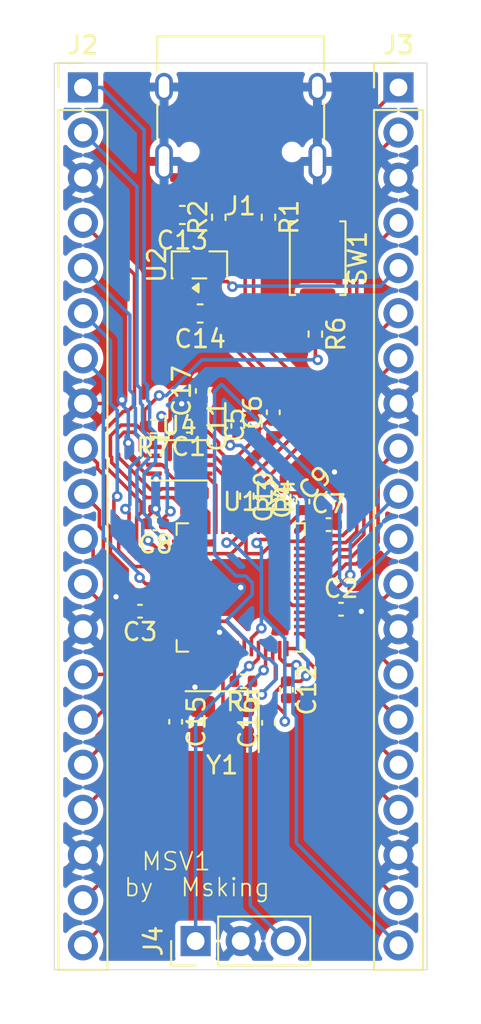
<source format=kicad_pcb>
(kicad_pcb (version 20241229) (generator "pcbnew") (generator_version "9.0")
  (layers (0 "F.Cu" signal) (2 "B.Cu" signal) (13 "F.Paste" user) (15 "B.Paste" user) (5 "F.SilkS" user "F.Silkscreen") (7 "B.SilkS" user "B.Silkscreen") (1 "F.Mask" user) (3 "B.Mask" user) (25 "Edge.Cuts" user))
  (net 0 "")
  (net 1 "+3V3")
  (net 2 "GND")
  (net 3 "+1V1")
  (net 4 "VBUS")
  (net 5 "XIN")
  (net 6 "Net-(C16-Pad2)")
  (net 7 "USB_D+")
  (net 8 "Net-(J1-CC1)")
  (net 9 "Net-(J1-CC2)")
  (net 10 "USB_D-")
  (net 11 "GPIO1")
  (net 12 "GPIO15")
  (net 13 "GPIO3")
  (net 14 "GPIO13")
  (net 15 "GPIO8")
  (net 16 "GPIO0")
  (net 17 "GPIO14")
  (net 18 "GPIO9")
  (net 19 "GPIO4")
  (net 20 "GPIO7")
  (net 21 "GPIO2")
  (net 22 "GPIO12")
  (net 23 "GPIO10")
  (net 24 "GPIO5")
  (net 25 "GPIO11")
  (net 26 "GPIO6")
  (net 27 "GPIO29_ADC3")
  (net 28 "RUN")
  (net 29 "GPIO23")
  (net 30 "GPIO26_ADC0")
  (net 31 "GPIO21")
  (net 32 "GPIO18")
  (net 33 "GPIO19")
  (net 34 "GPIO20")
  (net 35 "GPIO17")
  (net 36 "GPIO27_ADC1")
  (net 37 "GPIO28_ADC2")
  (net 38 "GPIO22")
  (net 39 "GPIO16")
  (net 40 "GPIO24")
  (net 41 "SWD")
  (net 42 "SWCLK")
  (net 43 "Net-(U1-USB_DP)")
  (net 44 "Net-(U1-USB_DM)")
  (net 45 "XOUT")
  (net 46 "Net-(R6-Pad1)")
  (net 47 "QSPI_SS")
  (net 48 "QSPI_SD0")
  (net 50 "QSPI_SD2")
  (net 51 "QSPI_SCLK")
  (net 52 "QSPI_SD1")
  (net 53 "QSPI_SD3")
  (footprint "Resistor_SMD:R_0402_1005Metric" (layer "F.Cu") (at 195.97 73.349999 -90)
    (property "Reference" "R3")
    (property "Value" "27")
  )
  (footprint "Capacitor_SMD:C_0402_1005Metric" (layer "F.Cu") (at 199.13 73.65 90)
    (property "Reference" "C4")
    (property "Value" "0.1uF")
  )
  (footprint "Capacitor_SMD:C_0402_1005Metric" (layer "F.Cu") (at 196.45 69.34 90)
    (property "Reference" "C5")
    (property "Value" "0.1uF")
  )
  (footprint "Resistor_SMD:R_0402_1005Metric" (layer "F.Cu") (at 194.39 57.66 90)
    (property "Reference" "R2")
    (property "Value" "5.1K")
  )
  (footprint "Resistor_SMD:R_0402_1005Metric" (layer "F.Cu") (at 196.98 73.359999 -90)
    (property "Reference" "R4")
    (property "Value" "27")
  )
  (footprint "Capacitor_SMD:C_0402_1005Metric" (layer "F.Cu") (at 195.46 69.39 90)
    (property "Reference" "C11")
    (property "Value" "0.1uF")
  )
  (footprint "Connector_PinHeader_2.54mm:PinHeader_1x03_P2.54mm_Vertical" (layer "F.Cu") (at 193.085 98.375 90)
    (property "Reference" "J4")
    (property "Value" "Conn_01x03")
  )
  (footprint "Capacitor_SMD:C_0402_1005Metric" (layer "F.Cu") (at 197.46 68.63 90)
    (property "Reference" "C6")
    (property "Value" "0.1uF")
  )
  (footprint "Button_Switch_SMD:SW_Push_SPST_NO_Alps_SKRK" (layer "F.Cu") (at 199.96 59.96 -90)
    (property "Reference" "SW1")
    (property "Value" "SW_Push")
  )
  (footprint "Connector_USB:USB_C_Receptacle_HRO_TYPE-C-31-M-12" (layer "F.Cu") (at 195.625 51.385 180)
    (property "Reference" "J1")
    (property "Value" "USB_C_Receptacle_USB2.0_14P")
  )
  (footprint "Package_TO_SOT_SMD:SOT-23" (layer "F.Cu") (at 193.3 60.337501 90)
    (property "Reference" "U2")
    (property "Value" "MCP1700x-330xxTT")
  )
  (footprint "Capacitor_SMD:C_0402_1005Metric" (layer "F.Cu") (at 200.57 74.95)
    (property "Reference" "C7")
    (property "Value" "0.1uF")
  )
  (footprint "Capacitor_SMD:C_0402_1005Metric" (layer "F.Cu") (at 198.2 84.24 -90)
    (property "Reference" "C12")
    (property "Value" "0.1uF")
  )
  (footprint "Resistor_SMD:R_0402_1005Metric" (layer "F.Cu") (at 190.72 69.43 180)
    (property "Reference" "R7")
    (property "Value" "10K")
  )
  (footprint "Capacitor_SMD:C_0402_1005Metric" (layer "F.Cu") (at 190.82 74.9 180)
    (property "Reference" "C8")
    (property "Value" "0.1uF")
  )
  (footprint "Connector_PinHeader_2.54mm:PinHeader_1x20_P2.54mm_Vertical" (layer "F.Cu") (at 204.515 50.355)
    (property "Reference" "J3")
    (property "Value" "Conn_01x20")
  )
  (footprint "Capacitor_SMD:C_0603_1608Metric" (layer "F.Cu") (at 193.34 63.07 180)
    (property "Reference" "C14")
    (property "Value" "10uF")
  )
  (footprint "Capacitor_SMD:C_0402_1005Metric" (layer "F.Cu") (at 192.7 69.41 180)
    (property "Reference" "C1")
    (property "Value" "1uF")
  )
  (footprint "Capacitor_SMD:C_0402_1005Metric" (layer "F.Cu") (at 201.28 79.71)
    (property "Reference" "C2")
    (property "Value" "0.1uF")
  )
  (footprint "Resistor_SMD:R_0402_1005Metric" (layer "F.Cu") (at 199.83 64.23 -90)
    (property "Reference" "R6")
    (property "Value" "1K")
  )
  (footprint "Capacitor_SMD:C_0402_1005Metric" (layer "F.Cu") (at 200.640589 73.439411 45)
    (property "Reference" "C9")
    (property "Value" "0.1uF")
  )
  (footprint "Capacitor_SMD:C_0402_1005Metric" (layer "F.Cu") (at 193.46 67.43 90)
    (property "Reference" "C17")
    (property "Value" "0.1uF")
  )
  (footprint "Crystal:Crystal_SMD_3225-4Pin_3.2x2.5mm" (layer "F.Cu") (at 194.58 86.03 180)
    (property "Reference" "Y1")
    (property "Value" "12MHz")
  )
  (footprint "Resistor_SMD:R_0402_1005Metric" (layer "F.Cu") (at 195.780001 83.76 180)
    (property "Reference" "R5")
    (property "Value" "1K")
  )
  (footprint "Capacitor_SMD:C_0603_1608Metric" (layer "F.Cu") (at 192.335 57.53 180)
    (property "Reference" "C13")
    (property "Value" "10uF")
  )
  (footprint "Capacitor_SMD:C_0402_1005Metric" (layer "F.Cu") (at 189.95 79.82 180)
    (property "Reference" "C3")
    (property "Value" "0.1uF")
  )
  (footprint "Resistor_SMD:R_0402_1005Metric" (layer "F.Cu") (at 197.19 57.659999 -90)
    (property "Reference" "R1")
    (property "Value" "5.1K")
  )
  (footprint "Package_DFN_QFN:QFN-56-1EP_7x7mm_P0.4mm_EP3.2x3.2mm" (layer "F.Cu") (at 195.625 78.485)
    (property "Reference" "U1")
    (property "Value" "RP2040")
  )
  (footprint "Capacitor_SMD:C_0402_1005Metric" (layer "F.Cu") (at 191.96 86.04 -90)
    (property "Reference" "C15")
    (property "Value" "33pF")
  )
  (footprint "Package_SON:Winbond_USON-8-1EP_3x2mm_P0.5mm_EP0.2x1.6mm" (layer "F.Cu") (at 192.155 71.33)
    (property "Reference" "U4")
    (property "Value" "W25Q16JVZPIQ TR")
  )
  (footprint "Connector_PinHeader_2.54mm:PinHeader_1x20_P2.54mm_Vertical" (layer "F.Cu") (at 186.735 50.355)
    (property "Reference" "J2")
    (property "Value" "Conn_01x20")
  )
  (footprint "Capacitor_SMD:C_0402_1005Metric" (layer "F.Cu") (at 198.07 73.38 90)
    (property "Reference" "C10")
    (property "Value" "1uF")
  )
  (footprint "Capacitor_SMD:C_0402_1005Metric" (layer "F.Cu") (at 197.19 86.1 90)
    (property "Reference" "C16")
    (property "Value" "33pF")
  )
  (gr_rect (start 185.125 48.985) (end 206.125 99.985) (stroke (width 0.05)) (fill no) (layer "Edge.Cuts"))
  (gr_text "MSV1\n" (at 189.97 94.48 0) (layer "F.SilkS") (effects (font (size 1 1) (thickness 0.1)) (justify left bottom)))
  (gr_text "by  Msking" (at 188.98 95.94 0) (layer "F.SilkS") (effects (font (size 1 1) (thickness 0.1)) (justify left bottom)))
  (segment (start 200.331415 79.71) (end 200.106415 79.485) (width 0.2) (layer "F.Cu") (net 1))
  (segment (start 194.25 61.275001) (end 194.875001 61.275001) (width 0.2) (layer "F.Cu") (net 1))
  (segment (start 196.45 69.82) (end 196.45 70.099999) (width 0.2) (layer "F.Cu") (net 1))
  (segment (start 197.97 76.982226) (end 197.97 78.927774) (width 0.2) (layer "F.Cu") (net 1))
  (segment (start 194.826 80.386) (end 193.623774 80.386) (width 0.2) (layer "F.Cu") (net 1))
  (segment (start 192.1875 75.7875) (end 191.3 74.9) (width 0.2) (layer "F.Cu") (net 1))
  (segment (start 193.421774 76.584) (end 192.722774 75.885) (width 0.2) (layer "F.Cu") (net 1))
  (segment (start 198.225 75.0475) (end 197.825 75.0475) (width 0.2) (layer "F.Cu") (net 1))
  (segment (start 200.09 73.99) (end 200.301178 73.778822) (width 0.2) (layer "F.Cu") (net 1))
  (segment (start 191.229999 69.43) (end 191.229999 68.919999) (width 0.2) (layer "F.Cu") (net 1))
  (segment (start 192.1875 79.485) (end 190.765 79.485) (width 0.2) (layer "F.Cu") (net 1))
  (segment (start 194.115 63.86745) (end 194.115 63.07) (width 0.2) (layer "F.Cu") (net 1))
  (segment (start 193.113887 79.876113) (end 192.722774 79.485) (width 0.2) (layer "F.Cu") (net 1))
  (segment (start 200.301178 73.778822) (end 199.481178 73.778822) (width 0.2) (layer "F.Cu") (net 1))
  (segment (start 191.229999 69.43) (end 191.65 69.009999) (width 0.2) (layer "F.Cu") (net 1))
  (segment (start 200.106415 79.485) (end 199.0625 79.485) (width 0.2) (layer "F.Cu") (net 1))
  (segment (start 195.827 75.851514) (end 195.094514 76.584) (width 0.2) (layer "F.Cu") (net 1))
  (segment (start 195.827 75.0475) (end 195.827 75.851514) (width 0.2) (layer "F.Cu") (net 1))
  (segment (start 199.0625 75.885) (end 197.691288 75.885) (width 0.2) (layer "F.Cu") (net 1))
  (segment (start 199.13 74.13) (end 199.13 74.1425) (width 0.2) (layer "F.Cu") (net 1))
  (segment (start 197.827 75.749288) (end 197.827 75.0475) (width 0.2) (layer "F.Cu") (net 1))
  (segment (start 195.95 76.584) (end 195.921467 76.555467) (width 0.2) (layer "F.Cu") (net 1))
  (segment (start 194.115 63.07) (end 194.115 61.410001) (width 0.2) (layer "F.Cu") (net 1))
  (segment (start 199.13 74.1425) (end 198.225 75.0475) (width 0.2) (layer "F.Cu") (net 1))
  (segment (start 196.45 70.099999) (end 195.409999 71.14) (width 0.2) (layer "F.Cu") (net 1))
  (segment (start 195.094514 76.584) (end 193.421774 76.584) (width 0.2) (layer "F.Cu") (net 1))
  (segment (start 199.481178 73.778822) (end 199.13 74.13) (width 0.2) (layer "F.Cu") (net 1))
  (segment (start 191.3 74.9) (end 191.3 74.568177) (width 0.2) (layer "F.Cu") (net 1))
  (segment (start 193.18 69.41) (end 193.18 70.18) (width 0.2) (layer "F.Cu") (net 1))
  (segment (start 195.825 81.9225) (end 195.825 81.385) (width 0.2) (layer "F.Cu") (net 1))
  (segment (start 195.921467 76.555467) (end 195.921467 75.351033) (width 0.2) (layer "F.Cu") (net 1))
  (segment (start 194.38 70.759239) (end 194.38 70.330001) (width 0.2) (layer "F.Cu") (net 1))
  (segment (start 193.46 69.13) (end 193.18 69.41) (width 0.2) (layer "F.Cu") (net 1))
  (segment (start 191.65 67.880761) (end 192.030761 67.5) (width 0.2) (layer "F.Cu") (net 1))
  (segment (start 197.691288 75.885) (end 197.366288 76.21) (width 0.2) (layer "F.Cu") (net 1))
  (segment (start 193.113887 76.003887) (end 193.113887 78.916874) (width 0.2) (layer "F.Cu") (net 1))
  (segment (start 197.718144 75.858144) (end 197.827 75.749288) (width 0.2) (layer "F.Cu") (net 1))
  (segment (start 191.3 74.568177) (end 191.668437 74.19974) (width 0.2) (layer "F.Cu") (net 1))
  (segment (start 194.38 70.330001) (end 193.459999 69.41) (width 0.2) (layer "F.Cu") (net 1))
  (segment (start 193.46 67.91) (end 193.46 69.13) (width 0.2) (layer "F.Cu") (net 1))
  (segment (start 199.9975 74.95) (end 199.0625 75.885) (width 0.2) (layer "F.Cu") (net 1))
  (segment (start 192.030761 67.5) (end 192.569239 67.5) (width 0.2) (layer "F.Cu") (net 1))
  (segment (start 197.197774 76.21) (end 197.97 76.982226) (width 0.2) (layer "F.Cu") (net 1))
  (segment (start 200.09 74.95) (end 200.09 73.99) (width 0.2) (layer "F.Cu") (net 1))
  (segment (start 198.527226 79.485) (end 199.0625 79.485) (width 0.2) (layer "F.Cu") (net 1))
  (segment (start 193.18 68.110761) (end 193.18 69.41) (width 0.2) (layer "F.Cu") (net 1))
  (segment (start 200.09 74.95) (end 199.9975 74.95) (width 0.2) (layer "F.Cu") (net 1))
  (segment (start 197.46 69.11) (end 197.16 69.11) (width 0.2) (layer "F.Cu") (net 1))
  (segment (start 194.115 61.410001) (end 194.25 61.275001) (width 0.2) (layer "F.Cu") (net 1))
  (segment (start 192.569239 67.5) (end 193.18 68.110761) (width 0.2) (layer "F.Cu") (net 1))
  (segment (start 197.197774 76.21) (end 196.823774 76.584) (width 0.2) (layer "F.Cu") (net 1))
  (segment (start 193.18 70.18) (end 193.58 70.58) (width 0.2) (layer "F.Cu") (net 1))
  (segment (start 197.16 69.11) (end 196.45 69.82) (width 0.2) (layer "F.Cu") (net 1))
  (segment (start 192.1875 75.885) (end 192.995 75.885) (width 0.2) (layer "F.Cu") (net 1))
  (segment (start 194.875001 61.275001) (end 195.16 61.56) (width 0.2) (layer "F.Cu") (net 1))
  (segment (start 193.04 79.802226) (end 193.113887 79.876113) (width 0.2) (layer "F.Cu") (net 1))
  (segment (start 195.409999 71.14) (end 194.760761 71.14) (width 0.2) (layer "F.Cu") (net 1))
  (segment (start 192.722774 79.485) (end 192.1875 79.485) (width 0.2) (layer "F.Cu") (net 1))
  (segment (start 192.995 75.885) (end 193.113887 76.003887) (width 0.2) (layer "F.Cu") (net 1))
  (segment (start 198.071 68.499) (end 198.071 67.82345) (width 0.2) (layer "F.Cu") (net 1))
  (segment (start 200.8 79.71) (end 200.331415 79.71) (width 0.2) (layer "F.Cu") (net 1))
  (segment (start 192.722774 75.885) (end 192.1875 75.885) (width 0.2) (layer "F.Cu") (net 1))
  (segment (start 192.1875 75.885) (end 192.1875 75.7875) (width 0.2) (layer "F.Cu") (net 1))
  (segment (start 191.65 69.009999) (end 191.65 67.880761) (width 0.2) (layer "F.Cu") (net 1))
  (segment (start 195.825 81.385) (end 194.826 80.386) (width 0.2) (layer "F.Cu") (net 1))
  (segment (start 196.823774 76.584) (end 195.95 76.584) (width 0.2) (layer "F.Cu") (net 1))
  (segment (start 193.623774 80.386) (end 193.113887 79.876113) (width 0.2) (layer "F.Cu") (net 1))
  (segment (start 198.071 67.82345) (end 194.115 63.86745) (width 0.2) (layer "F.Cu") (net 1))
  (segment (start 197.46 69.11) (end 198.071 68.499) (width 0.2) (layer "F.Cu") (net 1))
  (segment (start 190.765 79.485) (end 190.43 79.82) (width 0.2) (layer "F.Cu") (net 1))
  (segment (start 193.113887 78.916874) (end 193.04 78.990761) (width 0.2) (layer "F.Cu") (net 1))
  (segment (start 195.921467 75.351033) (end 196.225 75.0475) (width 0.2) (layer "F.Cu") (net 1))
  (segment (start 194.760761 71.14) (end 194.38 70.759239) (width 0.2) (layer "F.Cu") (net 1))
  (segment (start 195.825 75.0475) (end 196.225 75.0475) (width 0.2) (layer "F.Cu") (net 1))
  (segment (start 197.366288 76.21) (end 197.242559 76.21) (width 0.2) (layer "F.Cu") (net 1))
  (segment (start 193.04 78.990761) (end 193.04 79.802226) (width 0.2) (layer "F.Cu") (net 1))
  (segment (start 193.459999 69.41) (end 193.18 69.41) (width 0.2) (layer "F.Cu") (net 1))
  (segment (start 191.229999 68.919999) (end 191.16 68.85) (width 0.2) (layer "F.Cu") (net 1))
  (segment (start 197.97 78.927774) (end 198.527226 79.485) (width 0.2) (layer "F.Cu") (net 1))
  (via (at 195.16 61.56) (size 0.6) (drill 0.3) (layers "F.Cu" "B.Cu") (net 1))
  (via (at 191.668437 74.19974) (size 0.6) (drill 0.3) (layers "F.Cu" "B.Cu") (net 1))
  (via (at 191.16 68.85) (size 0.6) (drill 0.3) (layers "F.Cu" "B.Cu") (net 1))
  (segment (start 191.49 72.070761) (end 191.49 74.021303) (width 0.2) (layer "B.Cu") (net 1))
  (segment (start 203.5 61.53) (end 204.515 60.515) (width 0.2) (layer "B.Cu") (net 1))
  (segment (start 191.49 74.021303) (end 191.668437 74.19974) (width 0.2) (layer "B.Cu") (net 1))
  (segment (start 195.19 61.53) (end 203.5 61.53) (width 0.2) (layer "B.Cu") (net 1))
  (segment (start 195.16 61.56) (end 195.19 61.53) (width 0.2) (layer "B.Cu") (net 1))
  (segment (start 191.43 69.12) (end 191.43 72.010761) (width 0.2) (layer "B.Cu") (net 1))
  (segment (start 191.16 68.85) (end 191.43 69.12) (width 0.2) (layer "B.Cu") (net 1))
  (segment (start 191.43 72.010761) (end 191.49 72.070761) (width 0.2) (layer "B.Cu") (net 1))
  (segment (start 200.98 72.06) (end 200.91 71.99) (width 0.2) (layer "F.Cu") (net 2))
  (segment (start 188.724181 68.135) (end 188.929181 67.93) (width 0.2) (layer "F.Cu") (net 2))
  (segment (start 200.98 73.1) (end 199.2 73.1) (width 0.2) (layer "F.Cu") (net 2))
  (segment (start 189.47 79.82) (end 189.41 79.82) (width 0.2) (layer "F.Cu") (net 2))
  (segment (start 194.625 81.200707) (end 194.431257 81.006964) (width 0.2) (layer "F.Cu") (net 2))
  (segment (start 202.3 79.71) (end 202.42 79.83) (width 0.2) (layer "F.Cu") (net 2))
  (segment (start 200.98 73.1) (end 200.98 72.06) (width 0.2) (layer "F.Cu") (net 2))
  (segment (start 199.2 73.1) (end 199.13 73.17) (width 0.2) (layer "F.Cu") (net 2))
  (segment (start 194.625 81.9225) (end 194.625 81.200707) (width 0.2) (layer "F.Cu") (net 2))
  (segment (start 193.1 85.56) (end 193.48 85.18) (width 0.2) (layer "F.Cu") (net 2))
  (segment (start 191.34 86.09) (end 192.25 85.18) (width 0.2) (layer "F.Cu") (net 2))
  (segment (start 190.860695 72.39) (end 190.860695 72.210695) (width 0.2) (layer "F.Cu") (net 2))
  (segment (start 189.41 79.82) (end 188.6 79.01) (width 0.2) (layer "F.Cu") (net 2))
  (segment (start 190.73 72.08) (end 190.264202 72.08) (width 0.2) (layer "F.Cu") (net 2))
  (segment (start 199.13 73.17) (end 198.34 73.17) (width 0.2) (layer "F.Cu") (net 2))
  (segment (start 201.05 73.17) (end 200.98 73.1) (width 0.2) (layer "F.Cu") (net 2))
  (segment (start 192.28345 87.781) (end 191.34 86.83755) (width 0.2) (layer "F.Cu") (net 2))
  (segment (start 193.48 85.18) (end 193.48 84.523578) (width 0.2) (layer "F.Cu") (net 2))
  (segment (start 190.860695 72.210695) (end 190.73 72.08) (width 0.2) (layer "F.Cu") (net 2))
  (segment (start 201.05 74.95) (end 201.05 73.17) (width 0.2) (layer "F.Cu") (net 2))
  (segment (start 190.34 74.9) (end 190.34 74.55) (width 0.2) (layer "F.Cu") (net 2))
  (segment (start 192.22 68.23) (end 192.3 68.15) (width 0.2) (layer "F.Cu") (net 2))
  (segment (start 196.89 86.88) (end 197.19 86.58) (width 0.2) (layer "F.Cu") (net 2))
  (segment (start 195.68 86.88) (end 196.89 86.88) (width 0.2) (layer "F.Cu") (net 2))
  (segment (start 201.76 79.71) (end 202.3 79.71) (width 0.2) (layer "F.Cu") (net 2))
  (segment (start 189.292646 71.108444) (end 189.292646 70.356646) (width 0.2) (layer "F.Cu") (net 2))
  (segment (start 198.34 73.17) (end 198.07 72.9) (width 0.2) (layer "F.Cu") (net 2))
  (segment (start 191.96 85.56) (end 193.1 85.56) (width 0.2) (layer "F.Cu") (net 2))
  (segment (start 186.735 68.135) (end 188.724181 68.135) (width 0.2) (layer "F.Cu") (net 2))
  (segment (start 190.34 74.55) (end 190.83 74.06) (width 0.2) (layer "F.Cu") (net 2))
  (segment (start 191.34 86.83755) (end 191.34 86.09) (width 0.2) (layer "F.Cu") (net 2))
  (segment (start 192.25 85.18) (end 193.48 85.18) (width 0.2) (layer "F.Cu") (net 2))
  (segment (start 193.48 84.523578) (end 193.046422 84.09) (width 0.2) (layer "F.Cu") (net 2))
  (segment (start 194.779 87.781) (end 192.28345 87.781) (width 0.2) (layer "F.Cu") (net 2))
  (segment (start 190.264202 72.08) (end 189.292646 71.108444) (width 0.2) (layer "F.Cu") (net 2))
  (segment (start 192.22 69.41) (end 192.22 68.23) (width 0.2) (layer "F.Cu") (net 2))
  (segment (start 195.68 86.88) (end 194.779 87.781) (width 0.2) (layer "F.Cu") (net 2))
  (via (at 188.929181 67.93) (size 0.6) (drill 0.3) (layers "F.Cu" "B.Cu") (net 2))
  (via (at 188.6 79.01) (size 0.6) (drill 0.3) (layers "F.Cu" "B.Cu") (net 2))
  (via (at 190.83 74.06) (size 0.6) (drill 0.3) (layers "F.Cu" "B.Cu") (net 2))
  (via (at 190.860695 72.39) (size 0.6) (drill 0.3) (layers "F.Cu" "B.Cu") (net 2))
  (via (at 195.625 78.485) (size 0.6) (drill 0.3) (layers "F.Cu" "B.Cu") (net 2))
  (via (at 193.046422 84.09) (size 0.6) (drill 0.3) (layers "F.Cu" "B.Cu") (net 2))
  (via (at 202.42 79.83) (size 0.6) (drill 0.3) (layers "F.Cu" "B.Cu") (net 2))
  (via (at 194.431257 81.006964) (size 0.6) (drill 0.3) (layers "F.Cu" "B.Cu") (net 2))
  (via (at 192.3 68.15) (size 0.6) (drill 0.3) (layers "F.Cu" "B.Cu") (net 2))
  (via (at 200.91 71.99) (size 0.6) (drill 0.3) (layers "F.Cu" "B.Cu") (net 2))
  (via (at 189.292646 70.356646) (size 0.6) (drill 0.3) (layers "F.Cu" "B.Cu") (net 2))
  (segment (start 190.83 72.420695) (end 190.860695 72.39) (width 0.2) (layer "B.Cu") (net 2))
  (segment (start 194.431257 79.678743) (end 195.625 78.485) (width 0.2) (layer "B.Cu") (net 2))
  (segment (start 189.292646 68.567951) (end 188.929181 68.204486) (width 0.2) (layer "B.Cu") (net 2))
  (segment (start 190.83 74.06) (end 190.83 72.420695) (width 0.2) (layer "B.Cu") (net 2))
  (segment (start 189.292646 70.356646) (end 189.292646 68.567951) (width 0.2) (layer "B.Cu") (net 2))
  (segment (start 194.431257 81.006964) (end 194.431257 79.678743) (width 0.2) (layer "B.Cu") (net 2))
  (segment (start 188.929181 68.204486) (end 188.929181 67.93) (width 0.2) (layer "B.Cu") (net 2))
  (segment (start 197.425 75.582774) (end 197.221774 75.786) (width 0.2) (layer "F.Cu") (net 3))
  (segment (start 197.425 74.505) (end 197.425 75.0475) (width 0.2) (layer "F.Cu") (net 3))
  (segment (start 195.251486 70.49) (end 195.03 70.49) (width 0.2) (layer "F.Cu") (net 3))
  (segment (start 196.225 81.9225) (end 196.225 81.345) (width 0.2) (layer "F.Cu") (net 3))
  (segment (start 195.108381 75.965933) (end 195.425 75.649314) (width 0.2) (layer "F.Cu") (net 3))
  (segment (start 196.719101 75.786) (end 196.522467 75.982634) (width 0.2) (layer "F.Cu") (net 3))
  (segment (start 198.11 85.581663) (end 198.11 86.02) (width 0.2) (layer "F.Cu") (net 3))
  (segment (start 197.589 84.371) (end 197.589 85.060663) (width 0.2) (layer "F.Cu") (net 3))
  (segment (start 198.2 83.76) (end 197.589 84.371) (width 0.2) (layer "F.Cu") (net 3))
  (segment (start 195.425 75.649314) (end 195.425 75.0475) (width 0.2) (layer "F.Cu") (net 3))
  (segment (start 195.03 70.3) (end 195.46 69.87) (width 0.2) (layer "F.Cu") (net 3))
  (segment (start 198.2 83.76) (end 199.010133 83.76) (width 0.2) (layer "F.Cu") (net 3))
  (segment (start 199.010133 83.76) (end 199.314878 83.455255) (width 0.2) (layer "F.Cu") (net 3))
  (segment (start 197.589 85.060663) (end 198.11 85.581663) (width 0.2) (layer "F.Cu") (net 3))
  (segment (start 196.225 81.345) (end 196.79 80.78) (width 0.2) (layer "F.Cu") (net 3))
  (segment (start 197.425 75.0475) (end 197.425 75.582774) (width 0.2) (layer "F.Cu") (net 3))
  (segment (start 198.07 73.86) (end 197.425 74.505) (width 0.2) (layer "F.Cu") (net 3))
  (segment (start 197.221774 75.786) (end 196.719101 75.786) (width 0.2) (layer "F.Cu") (net 3))
  (segment (start 195.03 70.49) (end 195.03 70.3) (width 0.2) (layer "F.Cu") (net 3))
  (segment (start 194.829374 75.965933) (end 195.108381 75.965933) (width 0.2) (layer "F.Cu") (net 3))
  (via (at 196.79 80.78) (size 0.6) (drill 0.3) (layers "F.Cu" "B.Cu") (net 3))
  (via (at 194.829374 75.965933) (size 0.6) (drill 0.3) (layers "F.Cu" "B.Cu") (net 3))
  (via (at 199.314878 83.455255) (size 0.6) (drill 0.3) (layers "F.Cu" "B.Cu") (net 3))
  (via (at 196.522467 75.982634) (size 0.6) (drill 0.3) (layers "F.Cu" "B.Cu") (net 3))
  (via (at 195.03 70.49) (size 0.6) (drill 0.3) (layers "F.Cu" "B.Cu") (net 3))
  (via (at 198.11 86.02) (size 0.6) (drill 0.3) (layers "F.Cu" "B.Cu") (net 3))
  (segment (start 195.175933 75.965933) (end 194.829374 75.965933) (width 0.2) (layer "B.Cu") (net 3))
  (segment (start 196.79 76.250167) (end 196.522467 75.982634) (width 0.2) (layer "B.Cu") (net 3))
  (segment (start 198.11 86.02) (end 198.11 81.35) (width 0.2) (layer "B.Cu") (net 3))
  (segment (start 196.79 77.62) (end 196.79 77.58) (width 0.2) (layer "B.Cu") (net 3))
  (segment (start 196.79 77.62) (end 196.79 76.250167) (width 0.2) (layer "B.Cu") (net 3))
  (segment (start 199.41 83.360133) (end 199.314878 83.455255) (width 0.2) (layer "B.Cu") (net 3))
  (segment (start 196.79 80.03) (end 196.79 77.62) (width 0.2) (layer "B.Cu") (net 3))
  (segment (start 198.83 82.000841) (end 199.41 82.580841) (width 0.2) (layer "B.Cu") (net 3))
  (segment (start 199.41 82.580841) (end 199.41 83.360133) (width 0.2) (layer "B.Cu") (net 3))
  (segment (start 198.83 73.69) (end 198.83 82.000841) (width 0.2) (layer "B.Cu") (net 3))
  (segment (start 195.63 70.49) (end 198.83 73.69) (width 0.2) (layer "B.Cu") (net 3))
  (segment (start 198.11 81.35) (end 196.79 80.03) (width 0.2) (layer "B.Cu") (net 3))
  (segment (start 196.79 77.58) (end 195.175933 75.965933) (width 0.2) (layer "B.Cu") (net 3))
  (segment (start 195.03 70.49) (end 195.63 70.49) (width 0.2) (layer "B.Cu") (net 3))
  (segment (start 196.79 80.78) (end 196.79 80.03) (width 0.2) (layer "B.Cu") (net 3))
  (segment (start 193.174999 54.501009) (end 194.367008 53.309) (width 0.2) (layer "F.Cu") (net 4))
  (segment (start 197.839 55.193999) (end 197.839 53.704992) (width 0.2) (layer "F.Cu") (net 4))
  (segment (start 203.434 51.436) (end 204.515 50.355) (width 0.2) (layer "F.Cu") (net 4))
  (segment (start 196.879001 53.309) (end 198.075001 54.505) (width 0.2) (layer "F.Cu") (net 4))
  (segment (start 198.075001 54.505) (end 198.075001 55.43) (width 0.2) (layer "F.Cu") (net 4))
  (segment (start 200.107992 51.436) (end 203.434 51.436) (width 0.2) (layer "F.Cu") (net 4))
  (segment (start 197.839 53.704992) (end 200.107992 51.436) (width 0.2) (layer "F.Cu") (net 4))
  (segment (start 194.367008 53.309) (end 196.879001 53.309) (width 0.2) (layer "F.Cu") (net 4))
  (segment (start 193.174999 55.43) (end 193.174999 54.501009) (width 0.2) (layer "F.Cu") (net 4))
  (segment (start 193.11 57.53) (end 193.11 55.494999) (width 0.2) (layer "F.Cu") (net 4))
  (segment (start 193.3 59.4) (end 193.3 57.72) (width 0.2) (layer "F.Cu") (net 4))
  (segment (start 193.3 57.72) (end 193.11 57.53) (width 0.2) (layer "F.Cu") (net 4))
  (segment (start 198.075001 55.43) (end 197.839 55.193999) (width 0.2) (layer "F.Cu") (net 4))
  (segment (start 193.11 55.494999) (end 193.174999 55.43) (width 0.2) (layer "F.Cu") (net 4))
  (segment (start 193.48 86.88) (end 194.626 85.734) (width 0.2) (layer "F.Cu") (net 5))
  (segment (start 191.96 86.52) (end 193.12 86.52) (width 0.2) (layer "F.Cu") (net 5))
  (segment (start 195.025 82.457774) (end 195.025 81.9225) (width 0.2) (layer "F.Cu") (net 5))
  (segment (start 194.626 85.734) (end 194.626 82.856774) (width 0.2) (layer "F.Cu") (net 5))
  (segment (start 194.626 82.856774) (end 195.025 82.457774) (width 0.2) (layer "F.Cu") (net 5))
  (segment (start 193.12 86.52) (end 193.48 86.88) (width 0.2) (layer "F.Cu") (net 5))
  (segment (start 195.68 84.37) (end 196.29 83.76) (width 0.2) (layer "F.Cu") (net 6))
  (segment (start 196.75 85.18) (end 197.19 85.62) (width 0.2) (layer "F.Cu") (net 6))
  (segment (start 195.68 85.18) (end 196.75 85.18) (width 0.2) (layer "F.Cu") (net 6))
  (segment (start 195.68 85.18) (end 195.68 84.37) (width 0.2) (layer "F.Cu") (net 6))
  (segment (start 194.875 55.43) (end 194.875 56.245) (width 0.2) (layer "F.Cu") (net 7))
  (segment (start 195.086 56.456) (end 195.713 56.456) (width 0.2) (layer "F.Cu") (net 7))
  (segment (start 195.875 65.061764) (end 198.471 67.657765) (width 0.2) (layer "F.Cu") (net 7))
  (segment (start 195.875 55.43) (end 195.875 65.061764) (width 0.2) (layer "F.Cu") (net 7))
  (segment (start 195.97 72.570001) (end 195.97 72.84) (width 0.2) (layer "F.Cu") (net 7))
  (segment (start 198.471 67.657765) (end 198.471 70.069001) (width 0.2) (layer "F.Cu") (net 7))
  (segment (start 195.713 56.456) (end 195.875 56.294) (width 0.2) (layer "F.Cu") (net 7))
  (segment (start 198.471 70.069001) (end 195.97 72.570001) (width 0.2) (layer "F.Cu") (net 7))
  (segment (start 195.875 56.294) (end 195.875 55.43) (width 0.2) (layer "F.Cu") (net 7))
  (segment (start 194.875 56.245) (end 195.086 56.456) (width 0.2) (layer "F.Cu") (net 7))
  (segment (start 197.19 57.15) (end 196.875 56.835) (width 0.2) (layer "F.Cu") (net 8))
  (segment (start 196.875 56.835) (end 196.875 55.429999) (width 0.2) (layer "F.Cu") (net 8))
  (segment (start 194.39 57.150001) (end 193.875 56.635001) (width 0.2) (layer "F.Cu") (net 9))
  (segment (start 193.875 56.635001) (end 193.875 55.43) (width 0.2) (layer "F.Cu") (net 9))
  (segment (start 195.424 54.404) (end 195.375 54.453) (width 0.2) (layer "F.Cu") (net 10))
  (segment (start 195.375 54.453) (end 195.375 55.43) (width 0.2) (layer "F.Cu") (net 10))
  (segment (start 196.35 56.542501) (end 196.35 64.271802) (width 0.2) (layer "F.Cu") (net 10))
  (segment (start 196.375 56.517501) (end 196.35 56.542501) (width 0.2) (layer "F.Cu") (net 10))
  (segment (start 196.326 54.404) (end 195.424 54.404) (width 0.2) (layer "F.Cu") (net 10))
  (segment (start 196.98 72.466397) (end 196.98 72.85) (width 0.2) (layer "F.Cu") (net 10))
  (segment (start 198.905 66.826802) (end 198.905 70.541397) (width 0.2) (layer "F.Cu") (net 10))
  (segment (start 196.375 54.453) (end 196.326 54.404) (width 0.2) (layer "F.Cu") (net 10))
  (segment (start 196.35 64.271802) (end 198.905 66.826802) (width 0.2) (layer "F.Cu") (net 10))
  (segment (start 196.375 55.43) (end 196.375 54.453) (width 0.2) (layer "F.Cu") (net 10))
  (segment (start 198.905 70.541397) (end 196.98 72.466397) (width 0.2) (layer "F.Cu") (net 10))
  (segment (start 196.375 55.43) (end 196.375 56.517501) (width 0.2) (layer "F.Cu") (net 10))
  (segment (start 190.409 75.932409) (end 190.409 75.831546) (width 0.2) (layer "F.Cu") (net 11))
  (segment (start 190.558137 76.081546) (end 190.409 75.932409) (width 0.2) (layer "F.Cu") (net 11))
  (segment (start 190.692005 76.081546) (end 190.558137 76.081546) (width 0.2) (layer "F.Cu") (net 11))
  (segment (start 192.1875 76.685) (end 191.29546 76.685) (width 0.2) (layer "F.Cu") (net 11))
  (segment (start 191.29546 76.685) (end 190.692005 76.081546) (width 0.2) (layer "F.Cu") (net 11))
  (via (at 190.409 75.831546) (size 0.6) (drill 0.3) (layers "F.Cu" "B.Cu") (net 11))
  (segment (start 190.308137 75.831546) (end 190.409 75.831546) (width 0.2) (layer "B.Cu") (net 11))
  (segment (start 190.427279 71.253456) (end 189.78 71.900735) (width 0.2) (layer "B.Cu") (net 11))
  (segment (start 190.103 75.626409) (end 190.308137 75.831546) (width 0.2) (layer "B.Cu") (net 11))
  (segment (start 190.103 74.817925) (end 190.103 75.626409) (width 0.2) (layer "B.Cu") (net 11))
  (segment (start 189.78 74.494925) (end 190.103 74.817925) (width 0.2) (layer "B.Cu") (net 11))
  (segment (start 190.092646 69.637721) (end 190.427279 69.972355) (width 0.2) (layer "B.Cu") (net 11))
  (segment (start 190.427279 69.972355) (end 190.427279 71.253456) (width 0.2) (layer "B.Cu") (net 11))
  (segment (start 189.979181 68.123114) (end 190.092646 68.236578) (width 0.2) (layer "B.Cu") (net 11))
  (segment (start 189.979181 67.294722) (end 189.979181 68.123114) (width 0.2) (layer "B.Cu") (net 11))
  (segment (start 186.735 52.895) (end 189.78 55.94) (width 0.2) (layer "B.Cu") (net 11))
  (segment (start 189.78 55.94) (end 189.78 67.095541) (width 0.2) (layer "B.Cu") (net 11))
  (segment (start 189.78 71.900735) (end 189.78 74.494925) (width 0.2) (layer "B.Cu") (net 11))
  (segment (start 189.78 67.095541) (end 189.979181 67.294722) (width 0.2) (layer "B.Cu") (net 11))
  (segment (start 190.092646 68.236578) (end 190.092646 69.637721) (width 0.2) (layer "B.Cu") (net 11))
  (segment (start 192.744315 83.49) (end 190.94 85.294315) (width 0.2) (layer "F.Cu") (net 12))
  (segment (start 190.94 85.294315) (end 190.94 94.41) (width 0.2) (layer "F.Cu") (net 12))
  (segment (start 190.94 94.41) (end 186.735 98.615) (width 0.2) (layer "F.Cu") (net 12))
  (segment (start 194.225 81.9225) (end 194.225 82.84884) (width 0.2) (layer "F.Cu") (net 12))
  (segment (start 193.58384 83.49) (end 192.744315 83.49) (width 0.2) (layer "F.Cu") (net 12))
  (segment (start 194.225 82.84884) (end 193.58384 83.49) (width 0.2) (layer "F.Cu") (net 12))
  (segment (start 192.1875 77.485) (end 190.964089 77.485) (width 0.2) (layer "F.Cu") (net 13))
  (segment (start 189.773268 76.881546) (end 189.335645 76.443923) (width 0.2) (layer "F.Cu") (net 13))
  (segment (start 189.335645 76.443923) (end 189.335645 74.281825) (width 0.2) (layer "F.Cu") (net 13))
  (segment (start 189.335645 74.281825) (end 189.13 74.07618) (width 0.2) (layer "F.Cu") (net 13))
  (segment (start 190.964089 77.485) (end 190.360635 76.881546) (width 0.2) (layer "F.Cu") (net 13))
  (segment (start 190.360635 76.881546) (end 189.773268 76.881546) (width 0.2) (layer "F.Cu") (net 13))
  (via (at 189.13 74.07618) (size 0.6) (drill 0.3) (layers "F.Cu" "B.Cu") (net 13))
  (segment (start 189.38 63.16) (end 189.38 67.400761) (width 0.2) (layer "B.Cu") (net 13))
  (segment (start 189.692646 69.803406) (end 190.027279 70.13804) (width 0.2) (layer "B.Cu") (net 13))
  (segment (start 189.38 71.73505) (end 189.38 73.82618) (width 0.2) (layer "B.Cu") (net 13))
  (segment (start 190.027279 71.08777) (end 189.38 71.73505) (width 0.2) (layer "B.Cu") (net 13))
  (segment (start 189.692646 68.402264) (end 189.692646 69.803406) (width 0.2) (layer "B.Cu") (net 13))
  (segment (start 189.579182 68.288802) (end 189.692646 68.402264) (width 0.2) (layer "B.Cu") (net 13))
  (segment (start 189.579181 67.599942) (end 189.579182 68.288802) (width 0.2) (layer "B.Cu") (net 13))
  (segment (start 189.38 73.82618) (end 189.13 74.07618) (width 0.2) (layer "B.Cu") (net 13))
  (segment (start 190.027279 70.13804) (end 190.027279 71.08777) (width 0.2) (layer "B.Cu") (net 13))
  (segment (start 186.735 60.515) (end 189.38 63.16) (width 0.2) (layer "B.Cu") (net 13))
  (segment (start 189.38 67.400761) (end 189.579181 67.599942) (width 0.2) (layer "B.Cu") (net 13))
  (segment (start 190.14 87.59) (end 186.735 90.995) (width 0.2) (layer "F.Cu") (net 14))
  (segment (start 193.425 81.9225) (end 193.425 82.465) (width 0.2) (layer "F.Cu") (net 14))
  (segment (start 192.412943 82.69) (end 190.14 84.962945) (width 0.2) (layer "F.Cu") (net 14))
  (segment (start 190.14 84.962945) (end 190.14 87.59) (width 0.2) (layer "F.Cu") (net 14))
  (segment (start 193.425 82.465) (end 193.2 82.69) (width 0.2) (layer "F.Cu") (net 14))
  (segment (start 193.2 82.69) (end 192.412943 82.69) (width 0.2) (layer "F.Cu") (net 14))
  (segment (start 187.31 76.795686) (end 187.31 76.33) (width 0.2) (layer "F.Cu") (net 15))
  (segment (start 187.95 77.435686) (end 187.31 76.795686) (width 0.2) (layer "F.Cu") (net 15))
  (segment (start 189.12 80.57) (end 187.95 79.4) (width 0.2) (layer "F.Cu") (net 15))
  (segment (start 187.31 76.33) (end 186.735 75.755) (width 0.2) (layer "F.Cu") (net 15))
  (segment (start 190.62 80.57) (end 189.12 80.57) (width 0.2) (layer "F.Cu") (net 15))
  (segment (start 192.1875 79.885) (end 191.305 79.885) (width 0.2) (layer "F.Cu") (net 15))
  (segment (start 191.305 79.885) (end 190.62 80.57) (width 0.2) (layer "F.Cu") (net 15))
  (segment (start 187.95 79.4) (end 187.95 77.435686) (width 0.2) (layer "F.Cu") (net 15))
  (segment (start 191.279644 75.616357) (end 191.248291 75.64771) (width 0.2) (layer "F.Cu") (net 16))
  (segment (start 191.206884 75.76) (end 191.248291 75.718593) (width 0.2) (layer "F.Cu") (net 16))
  (segment (start 192.1875 76.285) (end 191.565 76.285) (width 0.2) (layer "F.Cu") (net 16))
  (segment (start 191.314088 75.616357) (end 191.279644 75.616357) (width 0.2) (layer "F.Cu") (net 16))
  (segment (start 191.206884 75.926884) (end 191.206884 75.76) (width 0.2) (layer "F.Cu") (net 16))
  (segment (start 191.248291 75.64771) (end 191.248291 75.718593) (width 0.2) (layer "F.Cu") (net 16))
  (segment (start 191.565 76.285) (end 191.206884 75.926884) (width 0.2) (layer "F.Cu") (net 16))
  (via (at 191.248291 75.718593) (size 0.6) (drill 0.3) (layers "F.Cu" "B.Cu") (net 16))
  (segment (start 190.504 75.011871) (end 191.206884 75.714755) (width 0.2) (layer "B.Cu") (net 16))
  (segment (start 190.18 55.7729) (end 190.181 55.7739) (width 0.2) (layer "B.Cu") (net 16))
  (segment (start 187.785 50.355) (end 190.18 52.75) (width 0.2) (layer "B.Cu") (net 16))
  (segment (start 190.379181 67.957428) (end 190.493646 68.071893) (width 0.2) (layer "B.Cu") (net 16))
  (segment (start 191.244453 75.714755) (end 191.248291 75.718593) (width 0.2) (layer "B.Cu") (net 16))
  (segment (start 190.181 55.7739) (end 190.181 66.929441) (width 0.2) (layer "B.Cu") (net 16))
  (segment (start 190.181 72.066835) (end 190.181 74.328825) (width 0.2) (layer "B.Cu") (net 16))
  (segment (start 190.504 74.651825) (end 190.504 75.011871) (width 0.2) (layer "B.Cu") (net 16))
  (segment (start 191.206884 75.714755) (end 191.244453 75.714755) (width 0.2) (layer "B.Cu") (net 16))
  (segment (start 190.181 74.328825) (end 190.504 74.651825) (width 0.2) (layer "B.Cu") (net 16))
  (segment (start 190.181 66.929441) (end 190.379181 67.127622) (width 0.2) (layer "B.Cu") (net 16))
  (segment (start 186.735 50.355) (end 187.785 50.355) (width 0.2) (layer "B.Cu") (net 16))
  (segment (start 190.18 52.75) (end 190.18 55.7729) (width 0.2) (layer "B.Cu") (net 16))
  (segment (start 190.828279 69.806257) (end 190.828279 71.419556) (width 0.2) (layer "B.Cu") (net 16))
  (segment (start 190.828279 71.419556) (end 190.181 72.066835) (width 0.2) (layer "B.Cu") (net 16))
  (segment (start 190.493646 68.071893) (end 190.493646 69.471622) (width 0.2) (layer "B.Cu") (net 16))
  (segment (start 190.379181 67.127622) (end 190.379181 67.957428) (width 0.2) (layer "B.Cu") (net 16))
  (segment (start 190.493646 69.471622) (end 190.828279 69.806257) (width 0.2) (layer "B.Cu") (net 16))
  (segment (start 193.825 82.683154) (end 193.418154 83.09) (width 0.2) (layer "F.Cu") (net 17))
  (segment (start 193.418154 83.09) (end 192.578629 83.09) (width 0.2) (layer "F.Cu") (net 17))
  (segment (start 193.825 81.9225) (end 193.825 82.683154) (width 0.2) (layer "F.Cu") (net 17))
  (segment (start 190.54 85.12863) (end 190.54 92.27) (width 0.2) (layer "F.Cu") (net 17))
  (segment (start 192.578629 83.09) (end 190.54 85.12863) (width 0.2) (layer "F.Cu") (net 17))
  (segment (start 190.54 92.27) (end 186.735 96.075) (width 0.2) (layer "F.Cu") (net 17))
  (segment (start 188.874315 80.97) (end 188.64 80.735685) (width 0.2) (layer "F.Cu") (net 18))
  (segment (start 192.1875 80.285) (end 191.470686 80.285) (width 0.2) (layer "F.Cu") (net 18))
  (segment (start 188.64 80.685685) (end 187.55 79.595685) (width 0.2) (layer "F.Cu") (net 18))
  (segment (start 188.64 80.735685) (end 188.64 80.685685) (width 0.2) (layer "F.Cu") (net 18))
  (segment (start 191.470686 80.285) (end 190.785685 80.97) (width 0.2) (layer "F.Cu") (net 18))
  (segment (start 190.785685 80.97) (end 188.874315 80.97) (width 0.2) (layer "F.Cu") (net 18))
  (segment (start 187.55 79.11) (end 186.735 78.295) (width 0.2) (layer "F.Cu") (net 18))
  (segment (start 187.55 79.595685) (end 187.55 79.11) (width 0.2) (layer "F.Cu") (net 18))
  (segment (start 188.75 76.426792) (end 188.75 74.615419) (width 0.2) (layer "F.Cu") (net 19))
  (segment (start 188.48 74.345419) (end 188.48 73.550565) (width 0.2) (layer "F.Cu") (net 19))
  (segment (start 188.48 73.550565) (end 188.667629 73.362936) (width 0.2) (layer "F.Cu") (net 19))
  (segment (start 188.75 74.615419) (end 188.48 74.345419) (width 0.2) (layer "F.Cu") (net 19))
  (segment (start 189.630613 77.307405) (end 188.75 76.426792) (width 0.2) (layer "F.Cu") (net 19))
  (segment (start 190.220809 77.307405) (end 189.630613 77.307405) (width 0.2) (layer "F.Cu") (net 19))
  (segment (start 192.1875 77.885) (end 190.798404 77.885) (width 0.2) (layer "F.Cu") (net 19))
  (segment (start 190.798404 77.885) (end 190.220809 77.307405) (width 0.2) (layer "F.Cu") (net 19))
  (via (at 188.667629 73.362936) (size 0.6) (drill 0.3) (layers "F.Cu" "B.Cu") (net 19))
  (segment (start 188.667629 68.52) (end 188.667629 73.362936) (width 0.2) (layer "B.Cu") (net 19))
  (segment (start 186.735 63.055) (end 188.286 64.606) (width 0.2) (layer "B.Cu") (net 19))
  (segment (start 188.286 64.606) (end 188.286 68.138371) (width 0.2) (layer "B.Cu") (net 19))
  (segment (start 188.286 68.138371) (end 188.667629 68.52) (width 0.2) (layer "B.Cu") (net 19))
  (segment (start 188.782377 77.697302) (end 187.886 76.800925) (width 0.2) (layer "F.Cu") (net 20))
  (segment (start 187.886 76.800925) (end 187.886 75.27824) (width 0.2) (layer "F.Cu") (net 20))
  (segment (start 187.886 75.27824) (end 187.659078 75.051318) (width 0.2) (layer "F.Cu") (net 20))
  (segment (start 188.782377 78.273138) (end 188.782377 77.697302) (width 0.2) (layer "F.Cu") (net 20))
  (segment (start 187.659078 75.051318) (end 187.659078 74.139078) (width 0.2) (layer "F.Cu") (net 20))
  (segment (start 187.659078 74.139078) (end 186.735 73.215) (width 0.2) (layer "F.Cu") (net 20))
  (segment (start 192.1875 79.085) (end 189.594239 79.085) (width 0.2) (layer "F.Cu") (net 20))
  (segment (start 189.594239 79.085) (end 188.782377 78.273138) (width 0.2) (layer "F.Cu") (net 20))
  (segment (start 189.759 74.525315) (end 190.01345 74.270865) (width 0.2) (layer "F.Cu") (net 21))
  (segment (start 192.1875 77.085) (end 191.129775 77.085) (width 0.2) (layer "F.Cu") (net 21))
  (segment (start 191.129775 77.085) (end 190.52632 76.481546) (width 0.2) (layer "F.Cu") (net 21))
  (segment (start 190.01345 73.689093) (end 187.951 71.626642) (width 0.2) (layer "F.Cu") (net 21))
  (segment (start 187.886 69.711303) (end 189.017303 68.58) (width 0.2) (layer "F.Cu") (net 21))
  (segment (start 189.64 60.88) (end 186.735 57.975) (width 0.2) (layer "F.Cu") (net 21))
  (segment (start 187.951 71.3239) (end 187.886 71.2589) (width 0.2) (layer "F.Cu") (net 21))
  (segment (start 189.259239 68.58) (end 189.64 68.199239) (width 0.2) (layer "F.Cu") (net 21))
  (segment (start 187.886 71.2589) (end 187.886 69.711303) (width 0.2) (layer "F.Cu") (net 21))
  (segment (start 187.951 71.626642) (end 187.951 71.3239) (width 0.2) (layer "F.Cu") (net 21))
  (segment (start 189.938954 76.481546) (end 189.759 76.301592) (width 0.2) (layer "F.Cu") (net 21))
  (segment (start 190.01345 74.270865) (end 190.01345 73.689093) (width 0.2) (layer "F.Cu") (net 21))
  (segment (start 189.759 76.301592) (end 189.759 74.525315) (width 0.2) (layer "F.Cu") (net 21))
  (segment (start 189.64 68.199239) (end 189.64 60.88) (width 0.2) (layer "F.Cu") (net 21))
  (segment (start 189.017303 68.58) (end 189.259239 68.58) (width 0.2) (layer "F.Cu") (net 21))
  (segment (start 190.52632 76.481546) (end 189.938954 76.481546) (width 0.2) (layer "F.Cu") (net 21))
  (segment (start 193.025 81.9225) (end 192.430444 81.9225) (width 0.2) (layer "F.Cu") (net 22))
  (segment (start 187.53 87.66) (end 186.735 88.455) (width 0.2) (layer "F.Cu") (net 22))
  (segment (start 192.430444 81.9225) (end 187.53 86.822944) (width 0.2) (layer "F.Cu") (net 22))
  (segment (start 187.53 86.822944) (end 187.53 87.66) (width 0.2) (layer "F.Cu") (net 22))
  (segment (start 192.1875 80.685) (end 191.650686 80.685) (width 0.2) (layer "F.Cu") (net 23))
  (segment (start 191.650686 80.685) (end 188.960686 83.375) (width 0.2) (layer "F.Cu") (net 23))
  (segment (start 188.960686 83.375) (end 186.735 83.375) (width 0.2) (layer "F.Cu") (net 23))
  (segment (start 190.279165 78.285) (end 189.925711 77.931546) (width 0.2) (layer "F.Cu") (net 24))
  (segment (start 192.1875 78.285) (end 190.279165 78.285) (width 0.2) (layer "F.Cu") (net 24))
  (via (at 189.925711 77.931546) (size 0.6) (drill 0.3) (layers "F.Cu" "B.Cu") (net 24))
  (segment (start 186.735 65.595) (end 187.886 66.746) (width 0.2) (layer "B.Cu") (net 24))
  (segment (start 187.886 66.746) (end 187.886 75.674924) (width 0.2) (layer "B.Cu") (net 24))
  (segment (start 189.925711 77.714635) (end 189.925711 77.931546) (width 0.2) (layer "B.Cu") (net 24))
  (segment (start 187.886 75.674924) (end 189.925711 77.714635) (width 0.2) (layer "B.Cu") (net 24))
  (segment (start 192.1875 81.085) (end 187.3575 85.915) (width 0.2) (layer "F.Cu") (net 25))
  (segment (start 187.3575 85.915) (end 186.735 85.915) (width 0.2) (layer "F.Cu") (net 25))
  (segment (start 189.226257 78.151332) (end 189.226257 77.468735) (width 0.2) (layer "F.Cu") (net 26))
  (segment (start 189.226257 77.468735) (end 188.286 76.528478) (width 0.2) (layer "F.Cu") (net 26))
  (segment (start 189.759925 78.685) (end 189.226257 78.151332) (width 0.2) (layer "F.Cu") (net 26))
  (segment (start 192.1875 78.685) (end 189.759925 78.685) (width 0.2) (layer "F.Cu") (net 26))
  (segment (start 188.286 75.112554) (end 188.059078 74.885633) (width 0.2) (layer "F.Cu") (net 26))
  (segment (start 187.55 71.792742) (end 187.55 71.49) (width 0.2) (layer "F.Cu") (net 26))
  (segment (start 188.286 76.528478) (end 188.286 75.112554) (width 0.2) (layer "F.Cu") (net 26))
  (segment (start 188.059078 74.885633) (end 188.059078 72.301821) (width 0.2) (layer "F.Cu") (net 26))
  (segment (start 188.059078 72.301821) (end 187.55 71.792742) (width 0.2) (layer "F.Cu") (net 26))
  (segment (start 187.55 71.49) (end 186.735 70.675) (width 0.2) (layer "F.Cu") (net 26))
  (segment (start 201.37655 75.561) (end 201.764 75.173547) (width 0.2) (layer "F.Cu") (net 27))
  (segment (start 200.72345 75.561) (end 201.37655 75.561) (width 0.2) (layer "F.Cu") (net 27))
  (segment (start 201.764 75.173547) (end 201.764 55.646) (width 0.2) (layer "F.Cu") (net 27))
  (segment (start 201.764 55.646) (end 204.515 52.895) (width 0.2) (layer "F.Cu") (net 27))
  (segment (start 200.700235 75.537785) (end 200.72345 75.561) (width 0.2) (layer "F.Cu") (net 27))
  (segment (start 199.953019 76.285) (end 200.700235 75.537785) (width 0.2) (layer "F.Cu") (net 27))
  (segment (start 199.0625 76.285) (end 199.953019 76.285) (width 0.2) (layer "F.Cu") (net 27))
  (segment (start 197.425 81.9225) (end 197.425 82.675761) (width 0.2) (layer "F.Cu") (net 28))
  (segment (start 197.425 82.675761) (end 197.58 82.830761) (width 0.2) (layer "F.Cu") (net 28))
  (segment (start 196.812743 84.449623) (end 196.812743 84.509762) (width 0.2) (layer "F.Cu") (net 28))
  (segment (start 197.58 82.830761) (end 197.58 83.682366) (width 0.2) (layer "F.Cu") (net 28))
  (segment (start 197.58 83.682366) (end 196.812743 84.449623) (width 0.2) (layer "F.Cu") (net 28))
  (via (at 196.812743 84.509762) (size 0.6) (drill 0.3) (layers "F.Cu" "B.Cu") (net 28))
  (segment (start 194.15 76.629239) (end 195.355761 77.835) (width 0.2) (layer "B.Cu") (net 28))
  (segment (start 197.63 83.632366) (end 196.812743 84.449623) (width 0.2) (layer "B.Cu") (net 28))
  (segment (start 195.355761 77.835) (end 195.894239 77.835) (width 0.2) (layer "B.Cu") (net 28))
  (segment (start 201.19442 73.70442) (end 194.55 67.06) (width 0.2) (layer "B.Cu") (net 28))
  (segment (start 204.515 75.904234) (end 202.044363 78.374871) (width 0.2) (layer "B.Cu") (net 28))
  (segment (start 196.275 78.887934) (end 194.831257 80.331677) (width 0.2) (layer "B.Cu") (net 28))
  (segment (start 201.546477 78.374871) (end 201.19442 78.022814) (width 0.2) (layer "B.Cu") (net 28))
  (segment (start 196.99958 82.5) (end 197.249239 82.5) (width 0.2) (layer "B.Cu") (net 28))
  (segment (start 195.894239 77.835) (end 196.275 78.215761) (width 0.2) (layer "B.Cu") (net 28))
  (segment (start 194.55 67.06) (end 194.15 67.46) (width 0.2) (layer "B.Cu") (net 28))
  (segment (start 196.275 78.215761) (end 196.275 78.887934) (width 0.2) (layer "B.Cu") (net 28))
  (segment (start 202.044363 78.374871) (end 201.546477 78.374871) (width 0.2) (layer "B.Cu") (net 28))
  (segment (start 197.63 82.880761) (end 197.63 83.632366) (width 0.2) (layer "B.Cu") (net 28))
  (segment (start 196.812743 84.449623) (end 196.812743 84.509762) (width 0.2) (layer "B.Cu") (net 28))
  (segment (start 201.19442 78.022814) (end 201.19442 73.70442) (width 0.2) (layer "B.Cu") (net 28))
  (segment (start 194.831257 80.331677) (end 196.99958 82.5) (width 0.2) (layer "B.Cu") (net 28))
  (segment (start 194.15 67.46) (end 194.15 76.629239) (width 0.2) (layer "B.Cu") (net 28))
  (segment (start 197.249239 82.5) (end 197.63 82.880761) (width 0.2) (layer "B.Cu") (net 28))
  (segment (start 204.515 75.755) (end 204.515 75.904234) (width 0.2) (layer "B.Cu") (net 28))
  (segment (start 199.0625 78.685) (end 199.889314 78.685) (width 0.2) (layer "F.Cu") (net 29))
  (segment (start 200.350686 78.685) (end 200.884291 78.685) (width 0.2) (layer "F.Cu") (net 29))
  (segment (start 199.889314 78.685) (end 199.954314 78.62) (width 0.2) (layer "F.Cu") (net 29))
  (segment (start 199.954314 78.62) (end 200.285686 78.62) (width 0.2) (layer "F.Cu") (net 29))
  (segment (start 200.285686 78.62) (end 200.350686 78.685) (width 0.2) (layer "F.Cu") (net 29))
  (segment (start 200.884291 78.685) (end 201.79542 77.773871) (width 0.2) (layer "F.Cu") (net 29))
  (via (at 201.79542 77.773871) (size 0.6) (drill 0.3) (layers "F.Cu" "B.Cu") (net 29))
  (segment (start 201.79542 75.93458) (end 204.515 73.215) (width 0.2) (layer "B.Cu") (net 29))
  (segment (start 201.79542 77.773871) (end 201.79542 75.93458) (width 0.2) (layer "B.Cu") (net 29))
  (segment (start 200.515681 77.485) (end 201.239684 76.760997) (width 0.2) (layer "F.Cu") (net 30))
  (segment (start 199.0625 77.485) (end 200.515681 77.485) (width 0.2) (layer "F.Cu") (net 30))
  (segment (start 201.239684 76.760997) (end 201.873611 76.760997) (width 0.2) (layer "F.Cu") (net 30))
  (segment (start 201.873611 76.760997) (end 202.964 75.670602) (width 0.2) (layer "F.Cu") (net 30))
  (segment (start 202.964 75.670602) (end 202.964 67.146) (width 0.2) (layer "F.Cu") (net 30))
  (segment (start 202.964 67.146) (end 204.515 65.595) (width 0.2) (layer "F.Cu") (net 30))
  (segment (start 200.375315 80.321) (end 201.461 80.321) (width 0.2) (layer "F.Cu") (net 31))
  (segment (start 199.0625 79.885) (end 199.939315 79.885) (width 0.2) (layer "F.Cu") (net 31))
  (segment (start 199.939315 79.885) (end 200.375315 80.321) (width 0.2) (layer "F.Cu") (net 31))
  (segment (start 201.461 80.321) (end 204.515 83.375) (width 0.2) (layer "F.Cu") (net 31))
  (segment (start 200.364878 82.387378) (end 200.364878 86.844878) (width 0.2) (layer "F.Cu") (net 32))
  (segment (start 199.0625 81.085) (end 200.364878 82.387378) (width 0.2) (layer "F.Cu") (net 32))
  (segment (start 200.364878 86.844878) (end 204.515 90.995) (width 0.2) (layer "F.Cu") (net 32))
  (segment (start 201.62 85.56) (end 204.515 88.455) (width 0.2) (layer "F.Cu") (net 33))
  (segment (start 201.62 83.728629) (end 201.62 85.56) (width 0.2) (layer "F.Cu") (net 33))
  (segment (start 200.043944 81.121) (end 200.142372 81.121) (width 0.2) (layer "F.Cu") (net 33))
  (segment (start 199.0625 80.685) (end 199.607944 80.685) (width 0.2) (layer "F.Cu") (net 33))
  (segment (start 201.57 83.678628) (end 201.62 83.728629) (width 0.2) (layer "F.Cu") (net 33))
  (segment (start 200.142372 81.121) (end 201.57 82.548628) (width 0.2) (layer "F.Cu") (net 33))
  (segment (start 199.607944 80.685) (end 200.043944 81.121) (width 0.2) (layer "F.Cu") (net 33))
  (segment (start 201.57 82.548628) (end 201.57 83.678628) (width 0.2) (layer "F.Cu") (net 33))
  (segment (start 200.308058 80.721) (end 201.97 82.382942) (width 0.2) (layer "F.Cu") (net 34))
  (segment (start 201.97 83.37) (end 204.515 85.915) (width 0.2) (layer "F.Cu") (net 34))
  (segment (start 201.97 82.382942) (end 201.97 83.37) (width 0.2) (layer "F.Cu") (net 34))
  (segment (start 199.773629 80.285) (end 200.209629 80.721) (width 0.2) (layer "F.Cu") (net 34))
  (segment (start 199.0625 80.285) (end 199.773629 80.285) (width 0.2) (layer "F.Cu") (net 34))
  (segment (start 200.209629 80.721) (end 200.308058 80.721) (width 0.2) (layer "F.Cu") (net 34))
  (segment (start 198.701362 81.9225) (end 199.964878 83.186016) (width 0.2) (layer "F.Cu") (net 35))
  (segment (start 199.964878 83.186016) (end 199.964878 91.524878) (width 0.2) (layer "F.Cu") (net 35))
  (segment (start 199.964878 91.524878) (end 204.515 96.075) (width 0.2) (layer "F.Cu") (net 35))
  (segment (start 198.225 81.9225) (end 198.701362 81.9225) (width 0.2) (layer "F.Cu") (net 35))
  (segment (start 202.564 75.504917) (end 202.564 65.006) (width 0.2) (layer "F.Cu") (net 36))
  (segment (start 202.564 65.006) (end 204.515 63.055) (width 0.2) (layer "F.Cu") (net 36))
  (segment (start 201.008391 76.361) (end 201.707924 76.360998) (width 0.2) (layer "F.Cu") (net 36))
  (segment (start 200.284391 77.085) (end 201.008391 76.361) (width 0.2) (layer "F.Cu") (net 36))
  (segment (start 201.707924 76.360998) (end 202.564 75.504917) (width 0.2) (layer "F.Cu") (net 36))
  (segment (start 199.0625 77.085) (end 200.284391 77.085) (width 0.2) (layer "F.Cu") (net 36))
  (segment (start 202.164 60.326) (end 204.515 57.975) (width 0.2) (layer "F.Cu") (net 37))
  (segment (start 201.542237 75.960999) (end 202.164 75.339232) (width 0.2) (layer "F.Cu") (net 37))
  (segment (start 200.118705 76.685) (end 200.842706 75.961) (width 0.2) (layer "F.Cu") (net 37))
  (segment (start 202.164 75.339232) (end 202.164 60.326) (width 0.2) (layer "F.Cu") (net 37))
  (segment (start 199.0625 76.685) (end 200.118705 76.685) (width 0.2) (layer "F.Cu") (net 37))
  (segment (start 200.842706 75.961) (end 201.542237 75.960999) (width 0.2) (layer "F.Cu") (net 37))
  (segment (start 199.0625 79.085) (end 203.725 79.085) (width 0.2) (layer "F.Cu") (net 38))
  (segment (start 203.725 79.085) (end 204.515 78.295) (width 0.2) (layer "F.Cu") (net 38))
  (segment (start 197.825 81.9225) (end 197.825 82.476893) (width 0.2) (layer "F.Cu") (net 39))
  (segment (start 197.825 82.476893) (end 198.198187 82.85008) (width 0.2) (layer "F.Cu") (net 39))
  (segment (start 198.198187 82.85008) (end 198.76 82.85008) (width 0.2) (layer "F.Cu") (net 39))
  (via (at 198.76 82.85008) (size 0.6) (drill 0.3) (layers "F.Cu" "B.Cu") (net 39))
  (segment (start 198.76 92.86) (end 198.76 85.750761) (width 0.2) (layer "B.Cu") (net 39))
  (segment (start 198.570048 85.560809) (end 198.570048 83.040032) (width 0.2) (layer "B.Cu") (net 39))
  (segment (start 198.570048 83.040032) (end 198.76 82.85008) (width 0.2) (layer "B.Cu") (net 39))
  (segment (start 198.76 85.750761) (end 198.570048 85.560809) (width 0.2) (layer "B.Cu") (net 39))
  (segment (start 204.515 98.615) (end 198.76 92.86) (width 0.2) (layer "B.Cu") (net 39))
  (segment (start 203.364 71.826) (end 204.515 70.675) (width 0.2) (layer "F.Cu") (net 40))
  (segment (start 201.559765 77.160996) (end 202.139004 77.160996) (width 0.2) (layer "F.Cu") (net 40))
  (segment (start 199.788629 78.22) (end 200.500761 78.22) (width 0.2) (layer "F.Cu") (net 40))
  (segment (start 199.723628 78.285) (end 199.788629 78.22) (width 0.2) (layer "F.Cu") (net 40))
  (segment (start 200.500761 78.22) (end 201.559765 77.160996) (width 0.2) (layer "F.Cu") (net 40))
  (segment (start 202.139004 77.160996) (end 203.364 75.936) (width 0.2) (layer "F.Cu") (net 40))
  (segment (start 203.364 75.936) (end 203.364 71.826) (width 0.2) (layer "F.Cu") (net 40))
  (segment (start 199.0625 78.285) (end 199.723628 78.285) (width 0.2) (layer "F.Cu") (net 40))
  (segment (start 197.025 81.9225) (end 197.025 83.029302) (width 0.2) (layer "F.Cu") (net 41))
  (segment (start 197.025 83.029302) (end 196.917151 83.137151) (width 0.2) (layer "F.Cu") (net 41))
  (via (at 196.917151 83.137151) (size 0.6) (drill 0.3) (layers "F.Cu" "B.Cu") (net 41))
  (segment (start 196.162743 96.372744) (end 196.162743 83.891559) (width 0.2) (layer "B.Cu") (net 41))
  (segment (start 198.164999 98.375) (end 196.162743 96.372744) (width 0.2) (layer "B.Cu") (net 41))
  (segment (start 196.162743 83.891559) (end 196.917151 83.137151) (width 0.2) (layer "B.Cu") (net 41))
  (segment (start 196.20222 82.905836) (end 196.102522 82.905836) (width 0.2) (layer "F.Cu") (net 42))
  (segment (start 196.625 82.483056) (end 196.20222 82.905836) (width 0.2) (layer "F.Cu") (net 42))
  (segment (start 196.625 81.9225) (end 196.625 82.483056) (width 0.2) (layer "F.Cu") (net 42))
  (via (at 196.102522 82.905836) (size 0.6) (drill 0.3) (layers "F.Cu" "B.Cu") (net 42))
  (segment (start 193.085 98.375) (end 193.085 85.923358) (width 0.2) (layer "B.Cu") (net 42))
  (segment (start 193.085 85.923358) (end 196.102522 82.905836) (width 0.2) (layer "B.Cu") (net 42))
  (segment (start 195.972772 73.859998) (end 195.97 73.859998) (width 0.2) (layer "F.Cu") (net 43))
  (segment (start 196.467948 74.355174) (end 196.274587 74.161813) (width 0.2) (layer "F.Cu") (net 43))
  (segment (start 196.625 75.0475) (end 196.625 74.512226) (width 0.2) (layer "F.Cu") (net 43))
  (segment (start 196.625 74.512226) (end 196.467948 74.355174) (width 0.2) (layer "F.Cu") (net 43))
  (segment (start 196.274587 74.161813) (end 195.972772 73.859998) (width 0.2) (layer "F.Cu") (net 43))
  (segment (start 197.025 74.355001) (end 197.025 74.345126) (width 0.2) (layer "F.Cu") (net 44))
  (segment (start 197.025 75.0475) (end 197.025 74.476877) (width 0.2) (layer "F.Cu") (net 44))
  (segment (start 196.98 74.300126) (end 196.98 73.869998) (width 0.2) (layer "F.Cu") (net 44))
  (segment (start 197.025 74.476877) (end 197.025 74.355001) (width 0.2) (layer "F.Cu") (net 44))
  (segment (start 197.025 74.345126) (end 196.98 74.300126) (width 0.2) (layer "F.Cu") (net 44))
  (segment (start 195.425 82.785) (end 195.425 81.9225) (width 0.2) (layer "F.Cu") (net 45))
  (segment (start 195.270002 83.76) (end 195.270002 82.939998) (width 0.2) (layer "F.Cu") (net 45))
  (segment (start 195.270002 82.939998) (end 195.425 82.785) (width 0.2) (layer "F.Cu") (net 45))
  (segment (start 199.83 62.19) (end 199.96 62.06) (width 0.2) (layer "F.Cu") (net 46))
  (segment (start 199.83 63.720001) (end 199.83 62.19) (width 0.2) (layer "F.Cu") (net 46))
  (segment (start 190.73 70.325076) (end 189.754924 69.35) (width 0.2) (layer "F.Cu") (net 47))
  (segment (start 188.885075 69.35) (end 188.286 69.949075) (width 0.2) (layer "F.Cu") (net 47))
  (segment (start 190.210001 69.43) (end 190.210001 68.507369) (width 0.2) (layer "F.Cu") (net 47))
  (segment (start 191.815473 73.427537) (end 192.318437 73.930501) (width 0.2) (layer "F.Cu") (net 47))
  (segment (start 190.210001 68.507369) (end 191.029181 67.688189) (width 0.2) (layer "F.Cu") (net 47))
  (segment (start 190.73 69.949999) (end 190.210001 69.43) (width 0.2) (layer "F.Cu") (net 47))
  (segment (start 188.351 71.460957) (end 190.31758 73.427537) (width 0.2) (layer "F.Cu") (net 47))
  (segment (start 190.31758 73.427537) (end 191.815473 73.427537) (width 0.2) (layer "F.Cu") (net 47))
  (segment (start 199.83 64.739999) (end 199.83 65.55) (width 0.2) (layer "F.Cu") (net 47))
  (segment (start 192.318437 74.340937) (end 193.025 75.0475) (width 0.2) (layer "F.Cu") (net 47))
  (segment (start 188.286 69.949075) (end 188.286 71.093221) (width 0.2) (layer "F.Cu") (net 47))
  (segment (start 199.83 65.55) (end 199.96 65.68) (width 0.2) (layer "F.Cu") (net 47))
  (segment (start 188.286 71.093221) (end 188.351003 71.158224) (width 0.2) (layer "F.Cu") (net 47))
  (segment (start 190.73 70.58) (end 190.73 69.949999) (width 0.2) (layer "F.Cu") (net 47))
  (segment (start 190.73 70.58) (end 190.73 70.325076) (width 0.2) (layer "F.Cu") (net 47))
  (segment (start 188.351003 71.158224) (end 188.351 71.460957) (width 0.2) (layer "F.Cu") (net 47))
  (segment (start 192.318437 73.930501) (end 192.318437 74.340937) (width 0.2) (layer "F.Cu") (net 47))
  (segment (start 189.754924 69.35) (end 188.885075 69.35) (width 0.2) (layer "F.Cu") (net 47))
  (via (at 191.029181 67.688189) (size 0.6) (drill 0.3) (layers "F.Cu" "B.Cu") (net 47))
  (via (at 199.96 65.68) (size 0.6) (drill 0.3) (layers "F.Cu" "B.Cu") (net 47))
  (segment (start 193.44 65.68) (end 191.431811 67.688189) (width 0.2) (layer "B.Cu") (net 47))
  (segment (start 199.96 65.68) (end 193.44 65.68) (width 0.2) (layer "B.Cu") (net 47))
  (segment (start 191.431811 67.688189) (end 191.029181 67.688189) (width 0.2) (layer "B.Cu") (net 47))
  (segment (start 194.225 72.725) (end 194.225 75.0475) (width 0.2) (layer "F.Cu") (net 48))
  (segment (start 193.58 72.08) (end 194.225 72.725) (width 0.2) (layer "F.Cu") (net 48))
  (segment (start 191.195798 71.58) (end 191.481 71.865202) (width 0.2) (layer "F.Cu") (net 50))
  (segment (start 190.73 71.58) (end 191.195798 71.58) (width 0.2) (layer "F.Cu") (net 50))
  (segment (start 191.481 72.015076) (end 191.995924 72.53) (width 0.2) (layer "F.Cu") (net 50))
  (segment (start 192.070611 72.530001) (end 193.825 74.28439) (width 0.2) (layer "F.Cu") (net 50))
  (segment (start 191.481 71.865202) (end 191.481 72.015076) (width 0.2) (layer "F.Cu") (net 50))
  (segment (start 193.825 74.28439) (end 193.825 75.0475) (width 0.2) (layer "F.Cu") (net 50))
  (segment (start 191.995924 72.53) (end 192.070611 72.530001) (width 0.2) (layer "F.Cu") (net 50))
  (segment (start 193.58 71.58) (end 194.045798 71.58) (width 0.2) (layer "F.Cu") (net 51))
  (segment (start 194.045798 71.58) (end 194.625 72.159202) (width 0.2) (layer "F.Cu") (net 51))
  (segment (start 194.625 72.159202) (end 194.625 75.0475) (width 0.2) (layer "F.Cu") (net 51))
  (segment (start 189.97 70.794315) (end 189.97 70.130761) (width 0.2) (layer "F.Cu") (net 52))
  (segment (start 193.425 74.450076) (end 193.425 75.0475) (width 0.2) (layer "F.Cu") (net 52))
  (segment (start 191.169239 72.93) (end 191.904925 72.93) (width 0.2) (layer "F.Cu") (net 52))
  (segment (start 188.686 70.114763) (end 188.686 70.927538) (width 0.2) (layer "F.Cu") (net 52))
  (segment (start 189.97 70.130761) (end 189.589239 69.75) (width 0.2) (layer "F.Cu") (net 52))
  (segment (start 191.904925 72.93) (end 193.425 74.450076) (width 0.2) (layer "F.Cu") (net 52))
  (segment (start 191.109239 72.99) (end 191.169239 72.93) (width 0.2) (layer "F.Cu") (net 52))
  (segment (start 189.050761 69.75) (end 188.686 70.114763) (width 0.2) (layer "F.Cu") (net 52))
  (segment (start 188.751005 70.992543) (end 188.751003 71.170242) (width 0.2) (layer "F.Cu") (net 52))
  (segment (start 188.686 70.927538) (end 188.751005 70.992543) (width 0.2) (layer "F.Cu") (net 52))
  (segment (start 190.73 71.08) (end 190.255685 71.08) (width 0.2) (layer "F.Cu") (net 52))
  (segment (start 190.255685 71.08) (end 189.97 70.794315) (width 0.2) (layer "F.Cu") (net 52))
  (segment (start 189.589239 69.75) (end 189.050761 69.75) (width 0.2) (layer "F.Cu") (net 52))
  (segment (start 188.751003 71.170242) (end 190.570761 72.99) (width 0.2) (layer "F.Cu") (net 52))
  (segment (start 190.570761 72.99) (end 191.109239 72.99) (width 0.2) (layer "F.Cu") (net 52))
  (segment (start 195.025 74.115) (end 195.025 75.0475) (width 0.2) (layer "F.Cu") (net 53))
  (segment (start 194.135075 71.08) (end 194.595076 71.54) (width 0.2) (layer "F.Cu") (net 53))
  (segment (start 194.595076 71.54) (end 194.765524 71.54) (width 0.2) (layer "F.Cu") (net 53))
  (segment (start 195.14 74) (end 195.025 74.115) (width 0.2) (layer "F.Cu") (net 53))
  (segment (start 193.58 71.08) (end 194.135075 71.08) (width 0.2) (layer "F.Cu") (net 53))
  (segment (start 194.765524 71.54) (end 195.14 71.914476) (width 0.2) (layer "F.Cu") (net 53))
  (segment (start 195.14 71.914476) (end 195.14 74) (width 0.2) (layer "F.Cu") (net 53))
  (zone (net 2) (net_name "GND") (layers "F.Cu" "B.Cu") (name "GND net") (connect_pads (clearance 0.3)) (min_thickness 0.25) (fill yes (thermal_gap 0.3) (thermal_bridge_width 0.5) (island_removal_mode 1) (island_area_min 10))
    (polygon (pts (xy 185.12 99.98) (xy 185.13 48.99) (xy 206.12 48.99) (xy 206.12 99.98)))
  )
)
</source>
